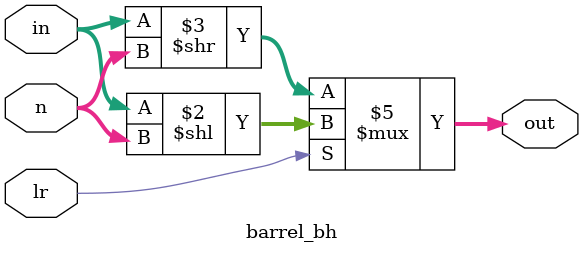
<source format=v>
`timescale 1ns / 1ps



module barrel_bh(out,in,lr,n);
input [7:0]in;
input [2:0] n;
input lr;
output reg [7:0] out; 	

always@(*) begin
	if(lr)
		out = in << n;
	else
		out = in >> n;
end
endmodule
</source>
